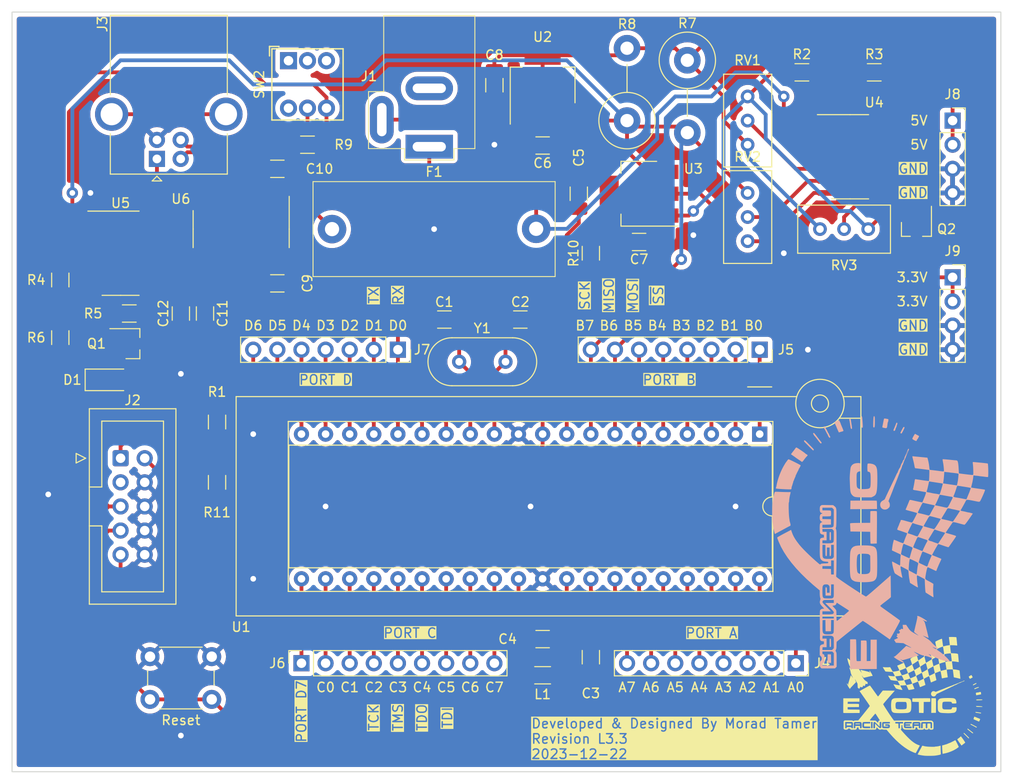
<source format=kicad_pcb>
(kicad_pcb (version 20221018) (generator pcbnew)
  (title_block (title "ATMEGA32A AVR Kit") (date "2023-12-22") (rev "L3.3") (company "Team Exotic") (comment 1 "Author: Morad Tamer"))
  (layers (0 "F.Cu" signal) (31 "B.Cu" signal) (34 "B.Paste" user) (35 "F.Paste" user) (36 "B.SilkS" user "B.Silkscreen") (37 "F.SilkS" user "F.Silkscreen") (38 "B.Mask" user) (39 "F.Mask" user) (44 "Edge.Cuts" user))
  (net 0 "")
  (net 1 "GND")
  (net 2 "Net-(U1-XTAL1)")
  (net 3 "Net-(U1-XTAL2)")
  (net 4 "Net-(U1-AREF)")
  (net 5 "Net-(U1-AVCC)")
  (net 6 "+5V_{OCP}")
  (net 7 "-V_{In}")
  (net 8 "+V_{In}")
  (net 9 "+3V3")
  (net 10 "Net-(U6-~{DTR})")
  (net 11 "/~{RESET}")
  (net 12 "Net-(U6-V3)")
  (net 13 "VBUS")
  (net 14 "Net-(D1-K)")
  (net 16 "/MOSI")
  (net 17 "+5V")
  (net 19 "/SCK")
  (net 20 "/MISO")
  (net 21 "/USB_D-")
  (net 22 "/USB_D+")
  (net 23 "unconnected-(J3-Shield-Pad5)")
  (net 24 "/PA0")
  (net 25 "/PA1")
  (net 26 "/PA2")
  (net 27 "/PA3")
  (net 28 "/PA4")
  (net 29 "/PA5")
  (net 30 "/PA6")
  (net 31 "/PA7")
  (net 32 "/PB0")
  (net 33 "/PB1")
  (net 34 "/PB2")
  (net 35 "/PB3")
  (net 36 "/~{SS}")
  (net 37 "/PC7")
  (net 38 "/PC6")
  (net 39 "/TDI")
  (net 40 "/TDO")
  (net 41 "/TMS")
  (net 42 "/TCK")
  (net 43 "/PC1")
  (net 44 "/PC0")
  (net 45 "/PD7")
  (net 46 "/RX <--")
  (net 47 "/TX -->")
  (net 48 "/PD2")
  (net 49 "/PD3")
  (net 50 "/PD4")
  (net 51 "/PD5")
  (net 52 "/PD6")
  (net 53 "Net-(Q1-G)")
  (net 54 "Net-(Q2-G)")
  (net 55 "Net-(U4B--)")
  (net 56 "Net-(U4A-+)")
  (net 57 "Net-(U4A--)")
  (net 58 "Net-(U4B-+)")
  (net 77 "Net-(U4D--)")
  (net 78 "Net-(U4D-+)")
  (net 82 "Net-(U5A--)")
  (net 86 "+5V_NetTie")
  (net 87 "Net-(R10-Pad1)")
  (net 88 "/Power Management Circuitry/V_{In} (Unfused)")
  (net 89 "Net-(SW2B-B)")
  (footprint "Capacitor_SMD:C_1206_3216Metric_Pad1.33x1.80mm_HandSolder" (layer "F.Cu") (at 140.97 80.645)
    (fp_text reference "C9")
    (fp_text value "100 nF")
  )
  (footprint "Capacitor_SMD:C_1206_3216Metric_Pad1.33x1.80mm_HandSolder" (layer "F.Cu") (at 172.72 71.205 -90)
    (fp_text reference "C5")
    (fp_text value "10 µF")
  )
  (footprint "Package_TO_SOT_SMD:SOT-23_Handsoldering" (layer "F.Cu") (at 208.28 74.93 -90)
    (fp_text reference "Q2")
    (fp_text value "SI2302")
  )
  (footprint "M's Library:Fuseholder_with_Cover_5x20mm_Horizontal" (layer "F.Cu") (at 157.48 74.93)
    (fp_text reference "F1")
    (fp_text value "Fuse")
  )
  (footprint "Resistor_SMD:R_1206_3216Metric_Pad1.30x1.75mm_HandSolder" (layer "F.Cu") (at 118.11 80.29 90)
    (fp_text reference "R4")
    (fp_text value "10 kΩ")
  )
  (footprint "Resistor_SMD:R_1206_3216Metric_Pad1.30x1.75mm_HandSolder" (layer "F.Cu") (at 203.835 58.42)
    (fp_text reference "R3")
    (fp_text value "330 kΩ")
  )
  (footprint "Capacitor_SMD:C_1206_3216Metric_Pad1.33x1.80mm_HandSolder" (layer "F.Cu") (at 133.35 83.82 -90)
    (fp_text reference "C11")
    (fp_text value "10 µF")
  )
  (footprint "Package_TO_SOT_SMD:SOT-223-3_TabPin2" (layer "F.Cu") (at 179.07 71.205 180)
    (fp_text reference "U3")
    (fp_text value "AMS1117-3.3")
  )
  (footprint "Resistor_SMD:R_1206_3216Metric_Pad1.30x1.75mm_HandSolder" (layer "F.Cu") (at 125.375 83.82 180)
    (fp_text reference "R5")
    (fp_text value "10 kΩ")
  )
  (footprint "Package_SO:SOIC-14_3.9x8.7mm_P1.27mm" (layer "F.Cu") (at 124.46 77.47)
    (fp_text reference "U5")
    (fp_text value "LM339")
  )
  (footprint "Connector_PinSocket_2.54mm:PinSocket_1x08_P2.54mm_Vertical" (layer "F.Cu") (at 191.77 87.63 -90)
    (fp_text reference "J5")
    (fp_text value "Conn_01x08_Socket")
  )
  (footprint "Resistor_SMD:R_1206_3216Metric_Pad1.30x1.75mm_HandSolder" (layer "F.Cu") (at 144.145 66.04)
    (fp_text reference "R9")
    (fp_text value "0 Ω")
  )
  (footprint "LED_SMD:LED_1206_3216Metric_Pad1.42x1.75mm_HandSolder" (layer "F.Cu") (at 123.19 90.805)
    (fp_text reference "D1")
    (fp_text value "LED")
  )
  (footprint "Connector_PinSocket_2.54mm:PinSocket_1x07_P2.54mm_Vertical" (layer "F.Cu") (at 153.67 87.63 -90)
    (fp_text reference "J7")
    (fp_text value "Conn_01x07_Socket")
  )
  (footprint "Connector_PinSocket_2.54mm:PinSocket_1x04_P2.54mm_Vertical" (layer "F.Cu") (at 212.09 80.01)
    (fp_text reference "J9")
    (fp_text value "Conn_01x04_Socket")
  )
  (footprint "Resistor_SMD:R_1206_3216Metric_Pad1.30x1.75mm_HandSolder" (layer "F.Cu") (at 134.62 95.25 90)
    (fp_text reference "R1")
    (fp_text value "10 kΩ")
  )
  (footprint "Potentiometer_THT:Potentiometer_Bourns_3296W_Vertical" (layer "F.Cu") (at 203.2 74.93)
    (fp_text reference "RV3")
    (fp_text value "10 kΩ")
  )
  (footprint "Potentiometer_THT:Potentiometer_Bourns_3296W_Vertical" (layer "F.Cu") (at 190.5 71.12 90)
    (fp_text reference "RV2")
    (fp_text value "10 kΩ")
  )
  (footprint "Resistor_SMD:R_1206_3216Metric_Pad1.30x1.75mm_HandSolder" (layer "F.Cu") (at 196.215 58.42)
    (fp_text reference "R2")
    (fp_text value "10 kΩ")
  )
  (footprint "Capacitor_SMD:C_1206_3216Metric_Pad1.33x1.80mm_HandSolder" (layer "F.Cu") (at 166.5625 84.455)
    (fp_text reference "C2")
    (fp_text value "22 pF")
  )
  (footprint "Package_SO:SOIC-16_3.9x9.9mm_P1.27mm" (layer "F.Cu") (at 137.16 74.93 -90)
    (fp_text reference "U6")
    (fp_text value "CH340C")
  )
  (footprint "Package_TO_SOT_SMD:SOT-23_Handsoldering" (layer "F.Cu") (at 125.73 86.995)
    (fp_text reference "Q1")
    (fp_text value "AO3401A")
  )
  (footprint "Connector_PinSocket_2.54mm:PinSocket_1x08_P2.54mm_Vertical" (layer "F.Cu") (at 195.58 120.65 -90)
    (fp_text reference "J4")
    (fp_text value "Conn_01x08_Socket")
  )
  (footprint "Capacitor_SMD:C_1206_3216Metric_Pad1.33x1.80mm_HandSolder" (layer "F.Cu") (at 173.99 120.015 -90)
    (fp_text reference "C3")
    (fp_text value "100 nF")
  )
  (footprint "M's Library:USB_B_Connector_Horizontal" (layer "F.Cu") (at 128.29 67.5375 90)
    (fp_text reference "J3")
    (fp_text value "USB_B")
  )
  (footprint "Package_SO:SO-14_3.9x8.65mm_P1.27mm" (layer "F.Cu") (at 201.295 67.31)
    (fp_text reference "U4")
    (fp_text value "LM324")
  )
  (footprint "Capacitor_SMD:C_1206_3216Metric_Pad1.33x1.80mm_HandSolder" (layer "F.Cu") (at 140.97 68.58 180)
    (fp_text reference "C10")
    (fp_text value "100 nF")
  )
  (footprint "Capacitor_SMD:C_1206_3216Metric_Pad1.33x1.80mm_HandSolder" (layer "F.Cu") (at 163.83 59.775 -90)
    (fp_text reference "C8")
    (fp_text value "22 µF")
  )
  (footprint "M's Library:BarrelJack_Horizontal" (layer "F.Cu") (at 156.972 66.2515 90)
    (fp_text reference "J1")
    (fp_text value "Barrel_Jack_Switch")
  )
  (footprint "Connector_PinSocket_2.54mm:PinSocket_1x04_P2.54mm_Vertical" (layer "F.Cu") (at 212.09 63.5)
    (fp_text reference "J8")
    (fp_text value "Conn_01x04_Socket")
  )
  (footprint "Connector_IDC:IDC-Header_2x05_P2.54mm_Vertical" (layer "F.Cu") (at 124.46 99.06)
    (fp_text reference "J2")
    (fp_text value "AVR-ISP-10")
  )
  (footprint "Resistor_SMD:R_1206_3216Metric_Pad1.30x1.75mm_HandSolder" (layer "F.Cu") (at 134.62 101.6 -90)
    (fp_text reference "R11")
    (fp_text value "0 Ω")
  )
  (footprint "Connector_PinSocket_2.54mm:PinSocket_1x09_P2.54mm_Vertical" (layer "F.Cu") (at 143.51 120.65 90)
    (fp_text reference "J6")
    (fp_text value "Conn_01x09_Socket")
  )
  (footprint "Capacitor_SMD:C_1206_3216Metric_Pad1.33x1.80mm_HandSolder" (layer "F.Cu") (at 158.5575 84.455)
    (fp_text reference "C1")
    (fp_text value "22 pF")
  )
  (footprint "Capacitor_SMD:C_1206_3216Metric_Pad1.33x1.80mm_HandSolder" (layer "F.Cu") (at 168.91 66.125 180)
    (fp_text reference "C6")
    (fp_text value "10 µF")
  )
  (footprint "Capacitor_SMD:C_1206_3216Metric_Pad1.33x1.80mm_HandSolder" (layer "F.Cu") (at 130.81 83.82 90)
    (fp_text reference "C12")
    (fp_text value "100 nF")
  )
  (footprint "Resistor_SMD:R_1206_3216Metric_Pad1.30x1.75mm_HandSolder" (layer "F.Cu") (at 173.99 77.47 90)
    (fp_text reference "R10")
    (fp_text value "0 Ω")
  )
  (footprint "M's Library:SW_Push_DPDT_Toggle_7.0mm" (layer "F.Cu") (at 144.145 59.69)
    (fp_text reference "SW2")
    (fp_text value "SW_DPDT_x2")
  )
  (footprint "M's Library:TeamExotic_Logo_H22mm" (layer "F.Cu") (at 207.01 124.46)
    (fp_text reference "G***" hide)
    (fp_text value "LOGO" hide)
  )
  (footprint "M's Library:ZIF_Socket_40_Circular_Pads" (layer "F.Cu") (at 167.64 104.14 -90)
    (fp_text reference "U1")
    (fp_text value "ATmega32A-P")
  )
  (footprint "Resistor_SMD:R_1206_3216Metric_Pad1.30x1.75mm_HandSolder" (layer "F.Cu") (at 118.11 86.36 90)
    (fp_text reference "R6")
    (fp_text value "1 kΩ")
  )
  (footprint "M's Library:Crystal_HC49-4H_Vertical_Centered" (layer "F.Cu") (at 162.56 88.9)
    (fp_text reference "Y1")
    (fp_text value "16 MHz")
  )
  (footprint "Capacitor_SMD:C_1206_3216Metric_Pad1.33x1.80mm_HandSolder" (layer "F.Cu") (at 179.07 76.285)
    (fp_text reference "C7")
    (fp_text value "22 µF")
  )
  (footprint "Inductor_SMD:L_1206_3216Metric_Pad1.22x1.90mm_HandSolder" (layer "F.Cu") (at 168.91 121.92)
    (fp_text reference "L1")
    (fp_text value "10 µH")
  )
  (footprint "Package_TO_SOT_SMD:SOT-223-3_TabPin2" (layer "F.Cu") (at 168.91 59.775 90)
    (fp_text reference "U2")
    (fp_text value "AMS1117-5.0")
  )
  (footprint "Potentiometer_THT:Potentiometer_Bourns_3296W_Vertical" (layer "F.Cu") (at 190.5 60.96 90)
    (fp_text reference "RV1")
    (fp_text value "10 kΩ")
  )
  (footprint "Button_Switch_THT:SW_PUSH_6mm_H4.3mm" (layer "F.Cu") (at 134.06 124.46 180)
    (fp_text reference "SW1" hide)
    (fp_text value "SW_Push")
  )
  (footprint "Capacitor_SMD:C_1206_3216Metric_Pad1.33x1.80mm_HandSolder" (layer "F.Cu") (at 168.91 118.11 180)
    (fp_text reference "C4")
    (fp_text value "100 nF")
  )
  (footprint "Resistor_THT:R_Axial_DIN0614_L14.3mm_D5.7mm_P7.62mm_Vertical" (layer "F.Cu") (at 184.15 57.15 -90)
    (fp_text reference "R7")
    (fp_text value "0.22 Ω")
  )
  (footprint "Resistor_THT:R_Axial_DIN0614_L14.3mm_D5.7mm_P7.62mm_Vertical" (layer "F.Cu") (at 177.8 63.5 90)
    (fp_text reference "R8")
    (fp_text value "0.22 Ω")
  )
  (footprint "M's Library:TeamExotic_Logo_H40mm" (layer "B.Cu") (at 203.899074 109.570592 90)
    (fp_text reference "G***" hide)
    (fp_text value "LOGO" hide)
  )
  (gr_rect (start 113.03 52.07) (end 217.17 132.08) (stroke (width 0.1)) (fill none) (layer "Edge.Cuts"))
  (gr_text "PORT D7" (at 143.51 125.73 90) (layer "F.SilkS" knockout) (effects (font (size 1 1))))
  (gr_text "TCK" (at 151.13 126.365 90) (layer "F.SilkS" knockout) (effects (font (size 1 1))))
  (gr_text "B7" (at 173.355 85.09) (layer "F.SilkS") (effects (font (size 1 1))))
  (gr_text "5V" (at 209.55 63.5) (layer "F.SilkS") (effects (font (size 1 1)) (justify right)))
  (gr_text "GND" (at 209.55 87.63) (layer "F.SilkS" knockout) (effects (font (size 1 1)) (justify right)))
  (gr_text "A5" (at 182.88 123.19) (layer "F.SilkS") (effects (font (size 1 1))))
  (gr_text "TMS" (at 153.67 126.365 90) (layer "F.SilkS" knockout) (effects (font (size 1 1))))
  (gr_text "C4" (at 156.21 123.19) (layer "F.SilkS") (effects (font (size 1 1))))
  (gr_text "B2" (at 186.055 85.09) (layer "F.SilkS") (effects (font (size 1 1))))
  (gr_text "B6" (at 175.895 85.09) (layer "F.SilkS") (effects (font (size 1 1))))
  (gr_text "C5" (at 158.75 123.19) (layer "F.SilkS") (effects (font (size 1 1))))
  (gr_text "RX" (at 153.67 81.915 90) (layer "F.SilkS" knockout) (effects (font (size 1 1))))
  (gr_text "Developed & Designed By Morad Tamer\nRevision ${REVISION}\n${ISSUE_DATE}" (at 167.64 130.81) (layer "F.SilkS" knockout) (effects (font (size 1 1)) (justify left bottom)))
  (gr_text "D5" (at 140.97 85.09) (layer "F.SilkS") (effects (font (size 1 1))))
  (gr_text "A3" (at 187.96 123.19) (layer "F.SilkS") (effects (font (size 1 1))))
  (gr_text "PORT B" (at 182.245 90.805) (layer "F.SilkS" knockout) (effects (font (size 1 1))))
  (gr_text "C6" (at 161.29 123.19) (layer "F.SilkS") (effects (font (size 1 1))))
  (gr_text "C0" (at 146.05 123.19) (layer "F.SilkS") (effects (font (size 1 1))))
  (gr_text "3.3V" (at 209.55 82.55) (layer "F.SilkS") (effects (font (size 1 1)) (justify right)))
  (gr_text "D6" (at 138.43 85.09) (layer "F.SilkS") (effects (font (size 1 1))))
  (gr_text "C7" (at 163.83 123.19) (layer "F.SilkS") (effects (font (size 1 1))))
  (gr_text "A4" (at 185.42 123.19) (layer "F.SilkS") (effects (font (size 1 1))))
  (gr_text "A2" (at 190.5 123.19) (layer "F.SilkS") (effects (font (size 1 1))))
  (gr_text "B4" (at 180.975 85.09) (layer "F.SilkS") (effects (font (size 1 1))))
  (gr_text "D2" (at 148.59 85.09) (layer "F.SilkS") (effects (font (size 1 1))))
  (gr_text "3.3V" (at 209.55 80.01) (layer "F.SilkS") (effects (font (size 1 1)) (justify right)))
  (gr_text "5V" (at 209.55 66.04) (layer "F.SilkS") (effects (font (size 1 1)) (justify right)))
  (gr_text "A1" (at 193.04 123.19) (layer "F.SilkS") (effects (font (size 1 1))))
  (gr_text "A6" (at 180.34 123.19) (layer "F.SilkS") (effects (font (size 1 1))))
  (gr_text "B1" (at 188.595 85.09) (layer "F.SilkS") (effects (font (size 1 1))))
  (gr_text "A0" (at 195.58 123.19) (layer "F.SilkS") (effects (font (size 1 1))))
  (gr_text "C1" (at 148.59 123.19) (layer "F.SilkS") (effects (font (size 1 1))))
  (gr_text "SCK" (at 173.355 81.915 90) (layer "F.SilkS" knockout) (effects (font (size 1 1))))
  (gr_text "D1" (at 151.13 85.09) (layer "F.SilkS") (effects (font (size 1 1))))
  (gr_text "~{SS}" (at 181.102 81.915 90) (layer "F.SilkS" knockout) (effects (font (size 1 1))))
  (gr_text "B3" (at 183.515 85.09) (layer "F.SilkS") (effects (font (size 1 1))))
  (gr_text "A7" (at 177.8 123.19) (layer "F.SilkS") (effects (font (size 1 1))))
  (gr_text "PORT D" (at 146.05 90.805) (layer "F.SilkS" knockout) (effects (font (size 1 1))))
  (gr_text "D3" (at 146.05 85.09) (layer "F.SilkS") (effects (font (size 1 1))))
  (gr_text "GND" (at 209.55 85.09) (layer "F.SilkS" knockout) (effects (font (size 1 1)) (justify right)))
  (gr_text "GND" (at 209.55 68.58) (layer "F.SilkS" knockout) (effects (font (size 1 1)) (justify right)))
  (gr_text "B0" (at 191.135 85.09) (layer "F.SilkS") (effects (font (size 1 1))))
  (gr_text "TDO" (at 156.21 126.365 90) (layer "F.SilkS" knockout) (effects (font (size 1 1))))
  (gr_text "MOSI" (at 178.435 81.915 90) (layer "F.SilkS" knockout) (effects (font (size 1 1))))
  (gr_text "MISO" (at 175.895 81.915 90) (layer "F.SilkS" knockout) (effects (font (size 1 1))))
  (gr_text "C2" (at 151.13 123.19) (layer "F.SilkS") (effects (font (size 1 1))))
  (gr_text "D4" (at 143.51 85.09) (layer "F.SilkS") (effects (font (size 1 1))))
  (gr_text "TDI" (at 158.877 126.365 90) (layer "F.SilkS" knockout) (effects (font (size 1 1))))
  (gr_text "PORT C" (at 154.94 117.475) (layer "F.SilkS" knockout) (effects (font (size 1 1))))
  (gr_text "PORT A" (at 186.69 117.475) (layer "F.SilkS" knockout) (effects (font (size 1 1))))
  (gr_text "D0" (at 153.67 85.09) (layer "F.SilkS") (effects (font (size 1 1))))
  (gr_text "GND" (at 209.55 71.12) (layer "F.SilkS" knockout) (effects (font (size 1 1)) (justify right)))
  (gr_text "B5" (at 178.435 85.09) (layer "F.SilkS") (effects (font (size 1 1))))
  (gr_text "C3" (at 153.67 123.19) (layer "F.SilkS") (effects (font (size 1 1))))
  (gr_text "TX" (at 151.13 81.915 90) (layer "F.SilkS" knockout) (effects (font (size 1 1))))
  (via (at 138.43 111.76) (size 1.2) (drill 0.6) (layers "F.Cu" "B.Cu") (net 1))
  (via (at 157.48 74.93) (size 1.2) (drill 0.6) (layers "F.Cu" "B.Cu") (net 1))
  (via (at 121.285 71.12) (size 1.2) (drill 0.6) (layers "F.Cu" "B.Cu") (net 1))
  (via (at 194.31 77.47) (size 1.2) (drill 0.6) (layers "F.Cu" "B.Cu") (net 1))
  (via (at 146.05 104.14) (size 1.2) (drill 0.6) (layers "F.Cu" "B.Cu") (net 1))
  (via (at 130.81 90.17) (size 1.2) (drill 0.6) (layers "F.Cu" "B.Cu") (net 1))
  (via (at 130.81 128.27) (size 1.2) (drill 0.6) (layers "F.Cu" "B.Cu") (net 1))
  (via (at 189.23 104.14) (size 1.2) (drill 0.6) (layers "F.Cu" "B.Cu") (net 1))
  (via (at 184.785 75.565) (size 1.2) (drill 0.6) (layers "F.Cu" "B.Cu") (net 1))
  (via (at 167.64 104.14) (size 1.2) (drill 0.6) (layers "F.Cu" "B.Cu") (net 1))
  (via (at 196.85 87.63) (size 1.2) (drill 0.6) (layers "F.Cu" "B.Cu") (net 1))
  (via (at 138.43 96.52) (size 1.2) (drill 0.6) (layers "F.Cu" "B.Cu") (net 1))
  (via (at 116.84 102.87) (size 1.2) (drill 0.6) (layers "F.Cu" "B.Cu") (net 1))
  (via (at 163.83 66.04) (size 1.2) (drill 0.6) (layers "F.Cu" "B.Cu") (net 1))
  (segment (start 161.29 90.07) (end 161.29 96.52) (width 0.4) (layer "F.Cu") (net 2))
  (segment (start 160.12 88.9) (end 161.29 90.07) (width 0.4) (layer "F.Cu") (net 2))
  (segment (start 160.12 84.455) (end 160.12 88.9) (width 0.4) (layer "F.Cu") (net 2))
  (segment (start 163.83 96.52) (end 163.83 90.07) (width 0.4) (layer "F.Cu") (net 3))
  (segment (start 163.83 90.07) (end 165 88.9) (width 0.4) (layer "F.Cu") (net 3))
  (segment (start 165 84.455) (end 165 88.9) (width 0.4) (layer "F.Cu") (net 3))
  (segment (start 173.99 118.4525) (end 173.99 116.84) (width 0.4) (layer "F.Cu") (net 4))
  (segment (start 173.99 116.84) (end 171.45 114.3) (width 0.4) (layer "F.Cu") (net 4))
  (segment (start 171.45 114.3) (end 171.45 111.76) (width 0.4) (layer "F.Cu") (net 4))
  (segment (start 166.37 115.57) (end 166.37 111.76) (width 0.4) (layer "F.Cu") (net 5))
  (segment (start 167.3475 116.5475) (end 166.37 115.57) (width 0.4) (layer "F.Cu") (net 5))
  (segment (start 167.3475 118.11) (end 167.3475 116.5475) (width 0.4) (layer "F.Cu") (net 5))
  (segment (start 167.3475 121.82) (end 167.3475 118.11) (width 0.4) (layer "F.Cu") (net 5))
  (segment (start 163.83 57.235) (end 164.44 56.625) (width 0.4) (layer "F.Cu") (net 6))
  (segment (start 212.09 63.5) (end 212.09 66.04) (width 0.4) (layer "F.Cu") (net 6))
  (segment (start 163.83 58.2125) (end 163.83 57.235) (width 0.4) (layer "F.Cu") (net 6))
  (segment (start 187.96 63.5) (end 187.96 60.96) (width 0.4) (layer "F.Cu") (net 6))
  (segment (start 187.96 60.96) (end 184.15 57.15) (width 0.4) (layer "F.Cu") (net 6))
  (segment (start 212.09 59.69) (end 212.09 63.5) (width 0.4) (layer "F.Cu") (net 6))
  (segment (start 177.055 56.625) (end 177.8 55.88) (width 0.4) (layer "F.Cu") (net 6))
  (segment (start 207.01 54.61) (end 212.09 59.69) (width 0.4) (layer "F.Cu") (net 6))
  (segment (start 190.5 66.04) (end 187.96 63.5) (width 0.4) (layer "F.Cu") (net 6))
  (segment (start 168.91 56.625) (end 168.91 62.925) (width 0.4) (layer "F.Cu") (net 6))
  (segment (start 184.15 57.15) (end 182.88 55.88) (width 0.4) (layer "F.Cu") (net 6))
  (segment (start 186.69 54.61) (end 207.01 54.61) (width 0.4) (layer "F.Cu") (net 6))
  (segment (start 182.88 55.88) (end 177.8 55.88) (width 0.4) (layer "F.Cu") (net 6))
  (segment (start 164.44 56.625) (end 168.91 56.625) (width 0.4) (layer "F.Cu") (net 6))
  (segment (start 184.15 57.15) (end 186.69 54.61) (width 0.4) (layer "F.Cu") (net 6))
  (segment (start 168.91 56.625) (end 177.055 56.625) (width 0.4) (layer "F.Cu") (net 6))
  (segment (start 198.12 74.93) (end 190.5 67.31) (width 0.4) (layer "B.Cu") (net 6))
  (segment (start 190.5 67.31) (end 190.5 66.04) (width 0.4) (layer "B.Cu") (net 6))
  (segment (start 203.77 67.31) (end 205.74 67.31) (width 0.4) (layer "F.Cu") (net 7))
  (segment (start 184.305 73.505) (end 182.22 73.505) (width 0.4) (layer "F.Cu") (net 7))
  (segment (start 184.785 73.025) (end 184.305 73.505) (width 0.4) (layer "F.Cu") (net 7))
  (segment (start 163.83 62.315) (end 164.44 62.925) (width 0.4) (layer "F.Cu") (net 7))
  (segment (start 166.61 62.925) (end 166.61 64.46) (width 0.4) (layer "F.Cu") (net 7))
  (segment (start 181.61 76.285) (end 180.6325 76.285) (width 0.4) (layer "F.Cu") (net 7))
  (segment (start 166.37 78.74) (end 170.18 78.74) (width 0.4) (layer "F.Cu") (net 7))
  (segment (start 171.45 77.47) (end 175.26 77.47) (width 0.4) (layer "F.Cu") (net 7))
  (segment (start 163.83 71.12) (end 163.83 76.2) (width 0.4) (layer "F.Cu") (net 7))
  (segment (start 175.98 78.19) (end 179.705 78.19) (width 0.4) (layer "F.Cu") (net 7))
  (segment (start 167.3475 66.125) (end 167.3475 67.6025) (width 0.4) (layer "F.Cu") (net 7))
  (segment (start 182.22 73.505) (end 182.22 75.675) (width 0.4) (layer "F.Cu") (net 7))
  (segment (start 179.705 78.19) (end 180.6325 77.2625) (width 0.4) (layer "F.Cu") (net 7))
  (segment (start 170.18 78.74) (end 171.45 77.47) (width 0.4) (layer "F.Cu") (net 7))
  (segment (start 203.2 74.93) (end 204.7 73.43) (width 0.4) (layer "F.Cu") (net 7))
  (segment (start 194.665 58.42) (end 193.04 58.42) (width 0.4) (layer "F.Cu") (net 7))
  (segment (start 193.04 58.42) (end 190.5 60.96) (width 0.4) (layer "F.Cu") (net 7))
  (segment (start 163.83 61.3375) (end 163.83 62.315) (width 0.4) (layer "F.Cu") (net 7))
  (segment (start 167.3475 65.1975) (end 167.3475 66.125) (width 0.4) (layer "F.Cu") (net 7))
  (segment (start 167.3475 67.6025) (end 163.83 71.12) (width 0.4) (layer "F.Cu") (net 7))
  (segment (start 163.9635 63.4015) (end 164.44 62.925) (width 0.4) (layer "F.Cu") (net 7))
  (segment (start 171.45 75.565) (end 171.45 77.47) (width 0.4) (layer "F.Cu") (net 7))
  (segment (start 175.26 77.47) (end 175.98 78.19) (width 0.4) (layer "F.Cu") (net 7))
  (segment (start 180.6325 77.2625) (end 180.6325 76.285) (width 0.4) (layer "F.Cu") (net 7))
  (segment (start 166.61 64.46) (end 167.3475 65.1975) (width 0.4) (layer "F.Cu") (net 7))
  (segment (start 164.44 62.925) (end 166.61 62.925) (width 0.4) (layer "F.Cu") (net 7))
  (segment (start 163.83 76.2) (end 166.37 78.74) (width 0.4) (layer "F.Cu") (net 7))
  (segment (start 172.72 72.7675) (end 172.72 74.295) (width 0.4) (layer "F.Cu") (net 7))
  (segment (start 172.72 74.295) (end 171.45 75.565) (width 0.4) (layer "F.Cu") (net 7))
  (segment (start 182.22 75.675) (end 181.61 76.285) (width 0.4) (layer "F.Cu") (net 7))
  (segment (start 205.74 67.31) (end 207.33 68.9) (width 0.4) (layer "F.Cu") (net 7))
  (segment (start 151.972 63.4015) (end 163.9635 63.4015) (width 0.4) (layer "F.Cu") (net 7))
  (segment (start 204.7 73.43) (end 207.33 73.43) (width 0.4) (layer "F.Cu") (net 7))
  (segment (start 207.33 68.9) (end 207.33 73.43) (width 0.4) (layer "F.Cu") (net 7))
  (via (at 184.785 73.025) (size 1.2) (drill 0.6) (layers "F.Cu" "B.Cu") (net 7))
  (segment (start 187.96 69.85) (end 187.96 63.5) (width 0.4) (layer "B.Cu") (net 7))
  (segment (start 203.2 74.93) (end 201.295 73.025) (width 0.4) (layer "B.Cu") (net 7))
  (segment (start 201.295 73.025) (end 200.025 73.025) (width 0.4) (layer "B.Cu") (net 7))
  (segment (start 192.405 62.865) (end 190.5 60.96) (width 0.4) (layer "B.Cu") (net 7))
  (segment (start 192.405 65.405) (end 192.405 62.865) (width 0.4) (layer "B.Cu") (net 7))
  (segment (start 187.96 63.5) (end 190.5 60.96) (width 0.4) (layer "B.Cu") (net 7))
  (segment (start 200.025 73.025) (end 192.405 65.405) (width 0.4) (layer "B.Cu") (net 7))
  (segment (start 184.785 73.025) (end 187.96 69.85) (width 0.4) (layer "B.Cu") (net 7))
  (segment (start 168.23 70.53) (end 170.4725 68.2875) (width 0.4) (layer "F.Cu") (net 8))
  (segment (start 194.31 60.96) (end 194.31 64.77) (width 0.4) (layer "F.Cu") (net 8))
  (segment (start 194.31 64.77) (end 196.85 67.31) (width 0.4) (layer "F.Cu") (net 8))
  (segment (start 171.21 64.46) (end 171.21 62.925) (width 0.4) (layer "F.Cu") (net 8))
  (segment (start 168.23 74.9) (end 168.23 70.53) (width 0.4) (layer "F.Cu") (net 8))
  (segment (start 170.4725 66.125) (end 170.4725 65.1975) (width 0.4) (layer "F.Cu") (net 8))
  (segment (start 170.4725 68.2875) (end 170.4725 66.125) (width 0.4) (layer "F.Cu") (net 8))
  (segment (start 170.4725 65.1975) (end 171.21 64.46) (width 0.4) (layer "F.Cu") (net 8))
  (segment (start 196.85 67.31) (end 198.82 67.31) (width 0.4) (layer "F.Cu") (net 8))
  (via (at 194.31 60.96) (size 1.2) (drill 0.6) (layers "F.Cu" "B.Cu") (net 8))
  (segment (start 182.88 60.96) (end 180.975 62.865) (width 0.4) (layer "B.Cu") (net 8))
  (segment (start 194.31 60.96) (end 191.77 58.42) (width 0.4) (layer "B.Cu") (net 8))
  (segment (start 171.48 74.9) (end 168.23 74.9) (width 0.4) (layer "B.Cu") (net 8))
  (segment (start 180.975 62.865) (end 180.975 65.405) (width 0.4) (layer "B.Cu") (net 8))
  (segment (start 180.975 65.405) (end 171.48 74.9) (width 0.4) (layer "B.Cu") (net 8))
  (segment (start 191.77 58.42) (end 189.23 58.42) (width 0.4) (layer "B.Cu") (net 8))
  (segment (start 189.23 58.42) (end 186.69 60.96) (width 0.4) (layer "B.Cu") (net 8))
  (segment (start 186.69 60.96) (end 182.88 60.96) (width 0.4) (layer "B.Cu") (net 8))
  (segment (start 185.505 71.205) (end 186.69 72.39) (width 0.4) (layer "F.Cu") (net 9))
  (segment (start 182.22 71.205) (end 185.505 71.205) (width 0.4) (layer "F.Cu") (net 9))
  (segment (start 190.5 80.01) (end 212.09 80.01) (width 0.4) (layer "F.Cu") (net 9))
  (segment (start 186.69 76.2) (end 190.5 80.01) (width 0.4) (layer "F.Cu") (net 9))
  (segment (start 182.22 71.205) (end 175.92 71.205) (width 0.4) (layer "F.Cu") (net 9))
  (segment (start 173.99 75.92) (end 175.675 75.92) (width 0.4) (layer "F.Cu") (net 9))
  (segment (start 175.675 75.92) (end 175.92 75.675) (width 0.4) (layer "F.Cu") (net 9))
  (segment (start 176.53 76.285) (end 175.92 75.675) (width 0.4) (layer "F.Cu") (net 9))
  (segment (start 212.09 80.01) (end 212.09 82.55) (width 0.4) (layer "F.Cu") (net 9))
  (segment (start 186.69 72.39) (end 186.69 76.2) (width 0.4) (layer "F.Cu") (net 9))
  (segment (start 177.5075 76.285) (end 176.53 76.285) (width 0.4) (layer "F.Cu") (net 9))
  (segment (start 175.92 75.675) (end 175.92 71.205) (width 0.4) (layer "F.Cu") (net 9))
  (segment (start 138.43 80.645) (end 137.795 80.01) (width 0.4) (layer "F.Cu") (net 10))
  (segment (start 137.795 80.01) (end 137.795 77.405) (width 0.4) (layer "F.Cu") (net 10))
  (segment (start 139.4075 80.645) (end 138.43 80.645) (width 0.4) (layer "F.Cu") (net 10))
  (segment (start 176.53 82.55) (end 199.39 82.55) (width 0.4) (layer "F.Cu") (net 11))
  (segment (start 121.92 102.87) (end 121.92 97.79) (width 0.4) (layer "F.Cu") (net 11))
  (segment (start 142.5325 81.28) (end 142.5325 83.5275) (width 0.4) (layer "F.Cu") (net 11))
  (segment (start 203.2 124.46) (end 199.39 128.27) (width 0.4) (layer "F.Cu") (net 11))
  (segment (start 124.46 104.14) (end 123.19 104.14) (width 0.4) (layer "F.Cu") (net 11))
  (segment (start 123.19 104.14) (end 120.65 106.68) (width 0.4) (layer "F.Cu") (net 11))
  (segment (start 140.97 85.09) (end 137.16 85.09) (width 0.4) (layer "F.Cu") (net 11))
  (segment (start 137.16 85.09) (end 134.62 87.63) (width 0.4) (layer "F.Cu") (net 11))
  (segment (start 134.62 87.63) (end 134.62 93.7) (width 0.4) (layer "F.Cu") (net 11))
  (segment (start 203.2 86.36) (end 203.2 124.46) (width 0.4) (layer "F.Cu") (net 11))
  (segment (start 199.39 128.27) (end 137.87 128.27) (width 0.4) (layer "F.Cu") (net 11))
  (segment (start 123.19 104.14) (end 121.92 102.87) (width 0.4) (layer "F.Cu") (net 11))
  (segment (start 120.65 117.55) (end 127.56 124.46) (width 0.4) (layer "F.Cu") (net 11))
  (segment (start 171.45 87.63) (end 176.53 82.55) (width 0.4) (layer "F.Cu") (net 11))
  (segment (start 120.65 106.68) (end 120.65 117.55) (width 0.4) (layer "F.Cu") (net 11))
  (segment (start 121.92 97.79) (end 126.01 93.7) (width 0.4) (layer "F.Cu") (net 11))
  (segment (start 137.87 128.27) (end 134.06 124.46) (width 0.4) (layer "F.Cu") (net 11))
  (segment (start 142.5325 83.5275) (end 140.97 85.09) (width 0.4) (layer "F.Cu") (net 11))
  (segment (start 126.01 93.7) (end 134.62 93.7) (width 0.4) (layer "F.Cu") (net 11))
  (segment (start 171.45 96.52) (end 171.45 87.63) (width 0.4) (layer "F.Cu") (net 11))
  (segment (start 199.39 82.55) (end 203.2 86.36) (width 0.4) (layer "F.Cu") (net 11))
  (segment (start 127.56 124.46) (end 134.06 124.46) (width 0.4) (layer "F.Cu") (net 11))
  (segment (start 137.795 69.215) (end 138.43 68.58) (width 0.4) (layer "F.Cu") (net 12))
  (segment (start 137.795 72.455) (end 137.795 69.215) (width 0.4) (layer "F.Cu") (net 12))
  (segment (start 138.43 68.58) (end 139.4075 68.58) (width 0.4) (layer "F.Cu") (net 12))
  (segment (start 128.905 85.32) (end 128.905 83.185) (width 0.4) (layer "F.Cu") (net 13))
  (segment (start 140.97 81.810583) (end 140.523083 82.2575) (width 0.4) (layer "F.Cu") (net 13))
  (segment (start 124.6775 90.805) (end 126.365 90.805) (width 0.4) (layer "F.Cu") (net 13))
  (segment (start 127.23 86.995) (end 128.905 85.32) (width 0.4) (layer "F.Cu") (net 13))
  (segment (start 128.905 83.185) (end 129.8325 82.2575) (width 0.4) (layer "F.Cu") (net 13))
  (segment (start 126.365 90.805) (end 127.23 89.94) (width 0.4) (layer "F.Cu") (net 13))
  (segment (start 129.8325 82.2575) (end 130.81 82.2575) (width 0.4) (layer "F.Cu") (net 13))
  (segment (start 128.29 67.5375) (end 128.29 69.87) (width 0.4) (layer "F.Cu") (net 13))
  (segment (start 128.29 69.87) (end 130.81 72.39) (width 0.4) (layer "F.Cu") (net 13))
  (segment (start 140.97 79.375) (end 140.97 81.810583) (width 0.4) (layer "F.Cu") (net 13))
  (segment (start 127.23 89.94) (end 127.23 86.995) (width 0.4) (layer "F.Cu") (net 13))
  (segment (start 140.523083 82.2575) (end 133.35 82.2575) (width 0.4) (layer "F.Cu") (net 13))
  (segment (start 141.605 77.405) (end 141.605 78.74) (width 0.4) (layer "F.Cu") (net 13))
  (segment (start 133.35 82.2575) (end 130.81 82.2575) (width 0.4) (layer "F.Cu") (net 13))
  (segment (start 141.605 78.74) (end 140.97 79.375) (width 0.4) (layer "F.Cu") (net 13))
  (segment (start 130.81 72.39) (end 130.81 82.2575) (width 0.4) (layer "F.Cu") (net 13))
  (segment (start 119.025 90.805) (end 118.11 89.89) (width 0.4) (layer "F.Cu") (net 14))
  (segment (start 121.7025 90.805) (end 119.025 90.805) (width 0.4) (layer "F.Cu") (net 14))
  (segment (start 118.11 89.89) (end 118.11 87.91) (width 0.4) (layer "F.Cu") (net 14))
  (segment (start 128.27 96.52) (end 133.35 101.6) (width 0.4) (layer "F.Cu") (net 16))
  (segment (start 124.46 97.79) (end 125.73 96.52) (width 0.4) (layer "F.Cu") (net 16))
  (segment (start 125.73 96.52) (end 128.27 96.52) (width 0.4) (layer "F.Cu") (net 16))
  (segment (start 179.07 87.63) (end 179.07 96.52) (width 0.4) (layer "F.Cu") (net 16))
  (segment (start 124.46 99.06) (end 124.46 97.79) (width 0.4) (layer "F.Cu") (net 16))
  (segment (start 179.07 99.06) (end 179.07 96.52) (width 0.4) (layer "F.Cu") (net 16))
  (segment (start 176.53 101.6) (end 179.07 99.06) (width 0.4) (layer "F.Cu") (net 16))
  (segment (start 133.35 101.6) (end 176.53 101.6) (width 0.4) (layer "F.Cu") (net 16))
  (segment (start 177.8 63.5) (end 178.435 64.135) (width 0.4) (layer "F.Cu") (net 17))
  (segment (start 181.61 80.01) (end 176.53 80.01) (width 0.4) (layer "F.Cu") (net 17))
  (segment (start 179.9875 68.905) (end 182.22 68.905) (width 0.4) (layer "F.Cu") (net 17))
  (segment (start 168.91 96.52) (end 168.91 97.79) (width 0.4) (layer "F.Cu") (net 17))
  (segment (start 123.19 76.2) (end 121.985 76.2) (width 0.4) (layer "F.Cu") (net 17))
  (segment (start 178.435 64.135) (end 183.515 64.135) (width 0.4) (layer "F.Cu") (net 17))
  (segment (start 122.555 83.82) (end 123.825 83.82) (width 0.4) (layer "F.Cu") (net 17))
  (segment (start 175.26 63.5) (end 177.8 63.5) (width 0.4) (layer "F.Cu") (net 17))
  (segment (start 166.65 100.05) (end 134.62 100.05) (width 0.4) (layer "F.Cu") (net 17))
  (segment (start 121.92 86.995) (end 122.87 87.945) (width 0.4) (layer "F.Cu") (net 17))
  (segment (start 190.5 71.13) (end 184.15 64.78) (width 0.4) (layer "F.Cu") (net 17))
  (segment (start 122.87 87.945) (end 124.23 87.945) (width 0.4) (layer "F.Cu") (net 17))
  (segment (start 172.72 69.6425) (end 172.72 66.04) (width 0.4) (layer "F.Cu") (net 17))
  (segment (start 119.38 71.12) (end 119.38 74.93) (width 0.4) (layer "F.Cu") (net 17))
  (segment (start 168.91 87.63) (end 168.91 96.52) (width 0.4) (layer "F.Cu") (net 17))
  (segment (start 168.91 97.79) (end 166.65 100.05) (width 0.4) (layer "F.Cu") (net 17))
  (segment (start 123.825 76.835) (end 123.19 76.2) (width 0.4) (layer "F.Cu") (net 17))
  (segment (start 134.62 96.8) (end 134.62 100.05) (width 0.4) (layer "F.Cu") (net 17))
  (segment (start 121.92 84.455) (end 121.92 86.995) (width 0.4) (layer "F.Cu") (net 17))
  (segment (start 172.72 66.04) (end 175.26 63.5) (width 0.4) (layer "F.Cu") (net 17))
  (segment (start 177.8 63.5) (end 177.8 66.7175) (width 0.4) (layer "F.Cu") (net 17))
  (segment (start 123.825 76.835) (end 123.825 83.82) (width 0.4) (layer "F.Cu") (net 17))
  (segment (start 122.555 83.82) (end 121.92 84.455) (width 0.4) (layer "F.Cu") (net 17))
  (segment (start 184.15 64.78) (end 184.15 64.77) (width 0.4) (layer "F.Cu") (net 17))
  (segment (start 183.515 78.105) (end 181.61 80.01) (width 0.4) (layer "F.Cu") (net 17))
  (segment (start 183.515 64.135) (end 184.15 64.77) (width 0.4) (layer "F.Cu") (net 17))
  (segment (start 176.53 80.01) (end 168.91 87.63) (width 0.4) (layer "F.Cu") (net 17))
  (segment (start 120.65 76.2) (end 121.985 76.2) (width 0.4) (layer "F.Cu") (net 17))
  (segment (start 177.8 66.7175) (end 179.9875 68.905) (width 0.4) (layer "F.Cu") (net 17))
  (segment (start 119.38 74.93) (end 120.65 76.2) (width 0.4) (layer "F.Cu") (net 17))
  (via (at 183.515 78.105) (size 1.2) (drill 0.6) (layers "F.Cu" "B.Cu") (net 17))
  (via (at 119.38 71.12) (size 1.2) (drill 0.6) (layers "F.Cu" "B.Cu") (net 17))
  (segment (start 183.515 65.405) (end 184.15 64.77) (width 0.4) (layer "B.Cu") (net 17))
  (segment (start 124.46 57.15) (end 135.89 57.15) (width 0.4) (layer "B.Cu") (net 17))
  (segment (start 138.43 59.69) (end 149.86 59.69) (width 0.4) (layer "B.Cu") (net 17))
  (segment (start 171.45 57.15) (end 177.8 63.5) (width 0.4) (layer "B.Cu") (net 17))
  (segment (start 152.4 57.15) (end 171.45 57.15) (width 0.4) (layer "B.Cu") (net 17))
  (segment (start 119.38 71.12) (end 119.38 62.23) (width 0.4) (layer "B.Cu") (net 17))
  (segment (start 183.515 78.105) (end 183.515 65.405) (width 0.4) (layer "B.Cu") (net 17))
  (segment (start 149.86 59.69) (end 152.4 57.15) (width 0.4) (layer "B.Cu") (net 17))
  (segment (start 119.38 62.23) (end 124.46 57.15) (width 0.4) (layer "B.Cu") (net 17))
  (segment (start 135.89 57.15) (end 138.43 59.69) (width 0.4) (layer "B.Cu") (net 17))
  (segment (start 201.93 123.19) (end 198.12 127) (width 0.4) (layer "F.Cu") (net 19))
  (segment (start 137.16 124.46) (end 137.16 118.11) (width 0.4) (layer "F.Cu") (net 19))
  (segment (start 139.7 127) (end 137.16 124.46) (width 0.4) (layer "F.Cu") (net 19))
  (segment (start 201.93 86.36) (end 201.93 123.19) (width 0.4) (layer "F.Cu") (net 19))
  (segment (start 134.62 115.57) (end 125.73 115.57) (width 0.4) (layer "F.Cu") (net 19))
  (segment (start 125.73 115.57) (end 121.92 111.76) (width 0.4) (layer "F.Cu") (net 19))
  (segment (start 121.92 107.95) (end 123.19 106.68) (width 0.4) (layer "F.Cu") (net 19))
  (segment (start 123.19 106.68) (end 124.46 106.68) (width 0.4) (layer "F.Cu") (net 19))
  (segment (start 173.99 87.63) (end 173.99 96.52) (width 0.4) (layer "F.Cu") (net 19))
  (segment (start 121.92 111.76) (end 121.92 107.95) (width 0.4) (layer "F.Cu") (net 19))
  (segment (start 199.39 83.82) (end 201.93 86.36) (width 0.4) (layer "F.Cu") (net 19))
  (segment (start 198.12 127) (end 139.7 127) (width 0.4) (layer "F.Cu") (net 19))
  (segment (start 177.8 83.82) (end 199.39 83.82) (width 0.4) (layer "F.Cu") (net 19))
  (segment (start 137.16 118.11) (end 134.62 115.57) (width 0.4) (layer "F.Cu") (net 19))
  (segment (start 173.99 87.63) (end 177.8 83.82) (width 0.4) (layer "F.Cu") (net 19))
  (segment (start 176.53 87.63) (end 176.53 96.52) (width 0.4) (layer "F.Cu") (net 20))
  (segment (start 140.97 125.73) (end 196.85 125.73) (width 0.4) (layer "F.Cu") (net 20))
  (segment (start 124.46 111.76) (end 124.46 109.22) (width 0.4) (layer "F.Cu") (net 20))
  (segment (start 138.43 115.57) (end 138.43 123.19) (width 0.4) (layer "F.Cu") (net 20))
  (segment (start 135.89 113.03) (end 138.43 115.57) (width 0.4) (layer "F.Cu") (net 20))
  (segment (start 200.66 86.36) (end 199.39 85.09) (width 0.4) (layer "F.Cu") (net 20))
  (segment (start 199.39 85.09) (end 179.07 85.09) (width 0.4) (layer "F.Cu") (net 20))
  (segment (start 196.85 125.73) (end 200.66 121.92) (width 0.4) (layer "F.Cu") (net 20))
  (segment (start 200.66 121.92) (end 200.66 86.36) (width 0.4) (layer "F.Cu") (net 20))
  (segment (start 179.07 85.09) (end 176.53 87.63) (width 0.4) (layer "F.Cu") (net 20))
  (segment (start 138.43 123.19) (end 140.97 125.73) (width 0.4) (layer "F.Cu") (net 20))
  (segment (start 135.89 113.03) (end 125.73 113.03) (width 0.4) (layer "F.Cu") (net 20))
  (segment (start 125.73 113.03) (end 124.46 111.76) (width 0.4) (layer "F.Cu") (net 20))
  (segment (start 130.79 67.5375) (end 131.489999 66.837501) (width 0.4) (layer "F.Cu") (net 21))
  (segment (start 134.722812 68.479979) (end 134.722811 68.47998) (width 0.4) (layer "F.Cu") (net 21))
  (segment (start 135.256394 68.37066) (end 135.256395 68.370661) (width 0.4) (layer "F.Cu") (net 21))
  (segment (start 135.59 68.704266) (end 135.59 70.657499) (width 0.4) (layer "F.Cu") (net 21))
  (segment (start 134.722811 68.47998) (end 134.83213 68.37066) (width 0.4) (layer "F.Cu") (net 21))
  (segment (start 131.489999 66.837501) (end 133.723235 66.837501) (width 0.4) (layer "F.Cu") (net 21))
  (segment (start 133.723235 66.837501) (end 134.407867 67.522133) (width 0.4) (layer "F.Cu") (net 21))
  (segment (start 135.255 70.992499) (end 135.255 72.455) (width 0.4) (layer "F.Cu") (net 21))
  (segment (start 134.407866 67.946398) (end 134.407867 67.946397) (width 0.4) (layer "F.Cu") (net 21))
  (segment (start 135.256395 68.370661) (end 135.59 68.704266) (width 0.4) (layer "F.Cu") (net 21))
  (segment (start 135.59 70.657499) (end 135.255 70.992499) (width 0.4) (layer "F.Cu") (net 21))
  (segment (start 134.407867 67.946397) (end 134.298547 68.055716) (width 0.4) (layer "F.Cu") (net 21))
  (arc (start 134.83213 68.37066) (mid 135.044262 68.282792) (end 135.256394 68.37066) (width 0.4) (layer "F.Cu") (net 21))
  (arc (start 134.298547 68.47998) (mid 134.51068 68.567848) (end 134.722812 68.479979) (width 0.4) (layer "F.Cu") (net 21))
  (arc (start 134.407867 67.522133) (mid 134.495735 67.734266) (end 134.407866 67.946398) (width 0.4) (layer "F.Cu") (net 21))
  (arc (start 134.298547 68.055716) (mid 134.210679 68.267848) (end 134.298547 68.47998) (width 0.4) (layer "F.Cu") (net 21))
  (segment (start 136.19 70.657499) (end 136.525 70.992499) (width 0.4) (layer "F.Cu") (net 22))
  (segment (start 133.971765 66.237499) (end 136.19 68.455734) (width 0.4) (layer "F.Cu") (net 22))
  (segment (start 131.489999 66.237499) (end 133.971765 66.237499) (width 0.4) (layer "F.Cu") (net 22))
  (segment (start 136.525 70.992499) (end 136.525 72.455) (width 0.4) (layer "F.Cu") (net 22))
  (segment (start 136.19 68.455734) (end 136.19 70.657499) (width 0.4) (layer "F.Cu") (net 22))
  (segment (start 130.79 65.5375) (end 131.489999 66.237499) (width 0.4) (layer "F.Cu") (net 22))
  (segment (start 123.52 62.8275) (end 135.56 62.8275) (width 0.4) (layer "F.Cu") (net 23))
  (segment (start 195.58 116.84) (end 191.77 113.03) (width 0.4) (layer "F.Cu") (net 24))
  (segment (start 191.77 113.03) (end 191.77 111.76) (width 0.4) (layer "F.Cu") (net 24))
  (segment (start 195.58 120.65) (end 195.58 116.84) (width 0.4) (layer "F.Cu") (net 24))
  (segment (start 189.23 113.03) (end 189.23 111.76) (width 0.4) (layer "F.Cu") (net 25))
  (segment (start 193.04 120.65) (end 193.04 116.84) (width 0.4) (layer "F.Cu") (net 25))
  (segment (start 193.04 116.84) (end 189.23 113.03) (width 0.4) (layer "F.Cu") (net 25))
  (segment (start 190.5 116.84) (end 186.69 113.03) (width 0.4) (layer "F.Cu") (net 26))
  (segment (start 186.69 113.03) (end 186.69 111.76) (width 0.4) (layer "F.Cu") (net 26))
  (segment (start 190.5 120.65) (end 190.5 116.84) (width 0.4) (layer "F.Cu") (net 26))
  (segment (start 187.96 116.84) (end 184.15 113.03) (width 0.4) (layer "F.Cu") (net 27))
  (segment (start 187.96 120.65) (end 187.96 116.84) (width 0.4) (layer "F.Cu") (net 27))
  (segment (start 184.15 113.03) (end 184.15 111.76) (width 0.4) (layer "F.Cu") (net 27))
  (segment (start 181.61 113.03) (end 181.61 111.76) (width 0.4) (layer "F.Cu") (net 28))
  (segment (start 185.42 120.65) (end 185.42 116.84) (width 0.4) (layer "F.Cu") (net 28))
  (segment (start 185.42 116.84) (end 181.61 113.03) (width 0.4) (layer "F.Cu") (net 28))
  (segment (start 182.88 120.65) (end 182.88 116.84) (width 0.4) (layer "F.Cu") (net 29))
  (segment (start 179.07 113.03) (end 179.07 111.76) (width 0.4) (layer "F.Cu") (net 29))
  (segment (start 182.88 116.84) (end 179.07 113.03) (width 0.4) (layer "F.Cu") (net 29))
  (segment (start 176.53 113.03) (end 176.53 111.76) (width 0.4) (layer "F.Cu") (net 30))
  (segment (start 180.34 116.84) (end 176.53 113.03) (width 0.4) (layer "F.Cu") (net 30))
  (segment (start 180.34 120.65) (end 180.34 116.84) (width 0.4) (layer "F.Cu") (net 30))
  (segment (start 173.99 113.03) (end 177.8 116.84) (width 0.4) (layer "F.Cu") (net 31))
  (segment (start 173.99 111.76) (end 173.99 113.03) (width 0.4) (layer "F.Cu") (net 31))
  (segment (start 177.8 116.84) (end 177.8 120.65) (width 0.4) (layer "F.Cu") (net 31))
  (segment (start 191.77 87.63) (end 191.77 96.52) (width 0.4) (layer "F.Cu") (net 32))
  (segment (start 189.23 87.63) (end 189.23 96.52) (width 0.4) (layer "F.Cu") (net 33))
  (segment (start 186.69 87.63) (end 186.69 96.52) (width 0.4) (layer "F.Cu") (net 34))
  (segment (start 184.15 87.63) (end 184.15 96.52) (width 0.4) (layer "F.Cu") (net 35))
  (segment (start 181.61 87.63) (end 181.61 96.52) (width 0.4) (layer "F.Cu") (net 36))
  (segment (start 163.83 111.76) (end 163.83 120.65) (width 0.4) (layer "F.Cu") (net 37))
  (segment (start 161.29 111.76) (end 161.29 120.65) (width 0.4) (layer "F.Cu") (net 38))
  (segment (start 158.75 111.76) (end 158.75 120.65) (width 0.4) (layer "F.Cu") (net 39))
  (segment (start 156.21 111.76) (end 156.21 120.65) (width 0.4) (layer "F.Cu") (net 40))
  (segment (start 153.67 111.76) (end 153.67 120.65) (width 0.4) (layer "F.Cu") (net 41))
  (segment (start 151.13 111.76) (end 151.13 120.65) (width 0.4) (layer "F.Cu") (net 42))
  (segment (start 148.59 111.76) (end 148.59 120.65) (width 0.4) (layer "F.Cu") (net 43))
  (segment (start 146.05 111.76) (end 146.05 120.65) (width 0.4) (layer "F.Cu") (net 44))
  (segment (start 143.51 111.76) (end 143.51 120.65) (width 0.4) (layer "F.Cu") (net 45))
  (segment (start 153.67 85.725) (end 153.67 87.63) (width 0.4) (layer "F.Cu") (net 46))
  (segment (start 142.24 74.295) (end 153.67 85.725) (width 0.4) (layer "F.Cu") (net 46))
  (segment (start 158.75 95.25) (end 153.67 90.17) (width 0.4) (layer "F.Cu") (net 46))
  (segment (start 140.335 72.455) (end 140.335 73.66) (width 0.4) (layer "F.Cu") (net 46))
  (segment (start 140.335 73.66) (end 140.97 74.295) (width 0.4) (layer "F.Cu") (net 46))
  (segment (start 158.75 96.52) (end 158.75 95.25) (width 0.4) (layer "F.Cu") (net 46))
  (segment (start 153.67 90.17) (end 153.67 87.63) (width 0.4) (layer "F.Cu") (net 46))
  (segment (start 140.97 74.295) (end 142.24 74.295) (width 0.4) (layer "F.Cu") (net 46))
  (segment (start 139.065 72.455) (end 139.065 73.66) (width 0.4) (layer "F.Cu") (net 47))
  (segment (start 140.97 75.565) (end 142.24 75.565) (width 0.4) (layer "F.Cu") (net 47))
  (segment (start 142.24 75.565) (end 151.13 84.455) (width 0.4) (layer "F.Cu") (net 47))
  (segment (start 139.065 73.66) (end 140.97 75.565) (width 0.4) (layer "F.Cu") (net 47))
  (segment (start 156.21 96.52) (end 156.21 95.25) (width 0.4) (layer "F.Cu") (net 47))
  (segment (start 156.21 95.25) (end 151.13 90.17) (width 0.4) (layer "F.Cu") (net 47))
  (segment (start 151.13 90.17) (end 151.13 87.63) (width 0.4) (layer "F.Cu") (net 47))
  (segment (start 151.13 84.455) (end 151.13 87.63) (width 0.4) (layer "F.Cu") (net 47))
  (segment (start 153.67 95.25) (end 148.59 90.17) (width 0.4) (layer "F.Cu") (net 48))
  (segment (start 148.59 90.17) (end 148.59 87.63) (width 0.4) (layer "F.Cu") (net 48))
  (segment (start 153.67 96.52) (end 153.67 95.25) (width 0.4) (layer "F.Cu") (net 48))
  (segment (start 151.13 95.25) (end 146.05 90.17) (width 0.4) (layer "F.Cu") (net 49))
  (segment (start 146.05 90.17) (end 146.05 87.63) (width 0.4) (layer "F.Cu") (net 49))
  (segment (start 151.13 96.52) (end 151.13 95.25) (width 0.4) (layer "F.Cu") (net 49))
  (segment (start 143.51 90.17) (end 143.51 87.63) (width 0.4) (layer "F.Cu") (net 50))
  (segment (start 148.59 96.52) (end 148.59 95.25) (width 0.4) (layer "F.Cu") (net 50))
  (segment (start 148.59 95.25) (end 143.51 90.17) (width 0.4) (layer "F.Cu") (net 50))
  (segment (start 146.05 96.52) (end 146.05 95.25) (width 0.4) (layer "F.Cu") (net 51))
  (segment (start 140.97 90.17) (end 140.97 87.63) (width 0.4) (layer "F.Cu") (net 51))
  (segment (start 146.05 95.25) (end 140.97 90.17) (width 0.4) (layer "F.Cu") (net 51))
  (segment (start 143.51 95.25) (end 138.43 90.17) (width 0.4) (layer "F.Cu") (net 52))
  (segment (start 143.51 96.52) (end 143.51 95.25) (width 0.4) (layer "F.Cu") (net 52))
  (segment (start 138.43 90.17) (end 138.43 87.63) (width 0.4) (layer "F.Cu") (net 52))
  (segment (start 125.095 81.915) (end 126.925 83.745) (width 0.4) (layer "F.Cu") (net 53))
  (segment (start 121.985 74.93) (end 123.825 74.93) (width 0.4) (layer "F.Cu") (net 53))
  (segment (start 127.28 83.82) (end 127.28 84.81) (width 0.4) (layer "F.Cu") (net 53))
  (segment (start 126.045 86.045) (end 124.23 86.045) (width 0.4) (layer "F.Cu") (net 53))
  (segment (start 123.825 74.93) (end 125.095 76.2) (width 0.4) (layer "F.Cu") (net 53))
  (segment (start 125.095 76.2) (end 125.095 81.915) (width 0.4) (layer "F.Cu") (net 53))
  (segment (start 127.28 84.81) (end 126.045 86.045) (width 0.4) (layer "F.Cu") (net 53))
  (segment (start 126.925 83.745) (end 126.925 83.82) (width 0.4) (layer "F.Cu") (net 53))
  (segment (start 209.23 73.43) (end 209.23 65.72) (width 0.4) (layer "F.Cu") (net 54))
  (segment (start 207.01 63.5) (end 203.77 63.5) (width 0.4) (layer "F.Cu") (net 54))
  (segment (start 209.23 65.72) (end 207.01 63.5) (width 0.4) (layer "F.Cu") (net 54))
  (segment (start 198.82 69.85) (end 196.85 69.85) (width 0.4) (layer "F.Cu") (net 55))
  (segment (start 196.85 69.85) (end 193.04 73.66) (width 0.4) (layer "F.Cu") (net 55))
  (segment (start 193.04 73.66) (end 190.5 73.66) (width 0.4) (layer "F.Cu") (net 55))
  (segment (start 200.66 66.675) (end 200.025 66.04) (width 0.4) (layer "F.Cu") (net 56))
  (segment (start 200.025 66.04) (end 198.82 66.04) (width 0.4) (layer "F.Cu") (net 56))
  (segment (start 198.82 71.12) (end 200.025 71.12) (width 0.4) (layer "F.Cu") (net 56))
  (segment (start 198.82 71.12) (end 197.485 71.12) (width 0.4) (layer "F.Cu") (net 56))
  (segment (start 200.66 70.485) (end 200.66 66.675) (width 0.4) (layer "F.Cu") (net 56))
  (segment (start 192.395 76.21) (end 190.5 76.21) (width 0.4) (layer "F.Cu") (net 56))
  (segment (start 197.485 71.12) (end 192.395 76.21) (width 0.4) (layer "F.Cu") (net 56))
  (segment (start 200.025 71.12) (end 200.66 70.485) (width 0.4) (layer "F.Cu") (net 56))
  (segment (start 197.765 58.42) (end 202.285 58.42) (width 0.4) (layer "F.Cu") (net 57))
  (segment (start 197.485 64.77) (end 196.85 64.135) (width 0.4) (layer "F.Cu") (net 57))
  (segment (start 197.765 60.68) (end 197.765 58.42) (width 0.4) (layer "F.Cu") (net 57))
  (segment (start 198.82 64.77) (end 197.485 64.77) (width 0.4) (layer "F.Cu") (net 57))
  (segment (start 196.85 61.595) (end 197.765 60.68) (width 0.4) (layer "F.Cu") (net 57))
  (segment (start 196.85 64.135) (end 196.85 61.595) (width 0.4) (layer "F.Cu") (net 57))
  (segment (start 198.82 68.58) (end 195.58 68.58) (width 0.4) (layer "F.Cu") (net 58))
  (segment (start 195.58 68.58) (end 190.5 63.5) (width 0.4) (layer "F.Cu") (net 58))
  (segment (start 205.385 60.045) (end 204.47 60.96) (width 0.4) (layer "F.Cu") (net 77))
  (segment (start 204.47 60.96) (end 203.2 60.96) (width 0.4) (layer "F.Cu") (net 77))
  (segment (start 203.2 60.96) (end 200.66 63.5) (width 0.4) (layer "F.Cu") (net 77))
  (segment (start 200.66 63.5) (end 198.82 63.5) (width 0.4) (layer "F.Cu") (net 77))
  (segment (start 203.77 64.77) (end 201.93 64.77) (width 0.4) (layer "F.Cu") (net 77))
  (segment (start 205.385 58.42) (end 205.385 60.045) (width 0.4) (layer "F.Cu") (net 77))
  (segment (start 201.93 64.77) (end 200.66 63.5) (width 0.4) (layer "F.Cu") (net 77))
  (segment (start 200.66 73.66) (end 201.93 72.39) (width 0.4) (layer "F.Cu") (net 78))
  (segment (start 202.565 66.04) (end 203.77 66.04) (width 0.4) (layer "F.Cu") (net 78))
  (segment (start 200.66 74.93) (end 200.66 73.66) (width 0.4) (layer "F.Cu") (net 78))
  (segment (start 201.93 72.39) (end 201.93 66.675) (width 0.4) (layer "F.Cu") (net 78))
  (segment (start 201.93 66.675) (end 202.565 66.04) (width 0.4) (layer "F.Cu") (net 78))
  (segment (start 118.11 76.2) (end 118.11 62.23) (width 0.4) (layer "F.Cu") (net 82))
  (segment (start 139.7 62.23) (end 139.7 64.77) (width 0.4) (layer "F.Cu") (net 82))
  (segment (start 140.97 66.04) (end 142.595 66.04) (width 0.4) (layer "F.Cu") (net 82))
  (segment (start 119.38 77.47) (end 118.11 76.2) (width 0.4) (layer "F.Cu") (net 82))
  (segment (start 118.11 62.23) (end 121.92 58.42) (width 0.4) (layer "F.Cu") (net 82))
  (segment (start 121.985 77.47) (end 119.38 77.47) (width 0.4) (layer "F.Cu") (net 82))
  (segment (start 135.89 58.42) (end 139.7 62.23) (width 0.4) (layer "F.Cu") (net 82))
  (segment (start 121.92 58.42) (end 135.89 58.42) (width 0.4) (layer "F.Cu") (net 82))
  (segment (start 139.7 64.77) (end 140.97 66.04) (width 0.4) (layer "F.Cu") (net 82))
  (segment (start 140.97 121.92) (end 140.97 107.95) (width 0.4) (layer "F.Cu") (net 86))
  (segment (start 131.09 103.15) (end 134.62 103.15) (width 0.4) (layer "F.Cu") (net 86))
  (segment (start 127 99.06) (end 131.09 103.15) (width 0.4) (layer "F.Cu") (net 86))
  (segment (start 170.5725 123.4325) (end 169.545 124.46) (width 0.4) (layer "F.Cu") (net 86))
  (segment (start 169.545 124.46) (end 143.51 124.46) (width 0.4) (layer "F.Cu") (net 86))
  (segment (start 170.5725 121.92) (end 170.5725 123.4325) (width 0.4) (layer "F.Cu") (net 86))
  (segment (start 143.51 124.46) (end 140.97 121.92) (width 0.4) (layer "F.Cu") (net 86))
  (segment (start 136.17 103.15) (end 134.62 103.15) (width 0.4) (layer "F.Cu") (net 86))
  (segment (start 140.97 107.95) (end 136.17 103.15) (width 0.4) (layer "F.Cu") (net 86))
  (segment (start 158.75 81.28) (end 145.695 68.225) (width 0.4) (layer "F.Cu") (net 87))
  (segment (start 172.86 81.28) (end 158.75 81.28) (width 0.4) (layer "F.Cu") (net 87))
  (segment (start 145.695 68.225) (end 145.695 66.04) (width 0.4) (layer "F.Cu") (net 87))
  (segment (start 173.99 80.15) (end 172.86 81.28) (width 0.4) (layer "F.Cu") (net 87))
  (segment (start 173.99 79.02) (end 173.99 80.15) (width 0.4) (layer "F.Cu") (net 87))
  (segment (start 146.145 61.055) (end 146.145 62.19) (width 0.4) (layer "F.Cu") (net 88))
  (segment (start 139.7 59.69) (end 144.78 59.69) (width 0.4) (layer "F.Cu") (net 88))
  (segment (start 146.145 63.595) (end 152.4 69.85) (width 0.4) (layer "F.Cu") (net 88))
  (segment (start 156.21 69.85) (end 156.972 69.088) (width 0.4) (layer "F.Cu") (net 88))
  (segment (start 116.84 60.96) (end 123.19 54.61) (width 0.4) (layer "F.Cu") (net 88))
  (segment (start 116.84 77.47) (end 116.84 60.96) (width 0.4) (layer "F.Cu") (net 88))
  (segment (start 121.985 78.74) (end 118.11 78.74) (width 0.4) (layer "F.Cu") (net 88))
  (segment (start 134.62 54.61) (end 139.7 59.69) (width 0.4) (layer "F.Cu") (net 88))
  (segment (start 156.972 69.088) (end 156.972 66.2515) (width 0.4) (layer "F.Cu") (net 88))
  (segment (start 123.19 54.61) (end 134.62 54.61) (width 0.4) (layer "F.Cu") (net 88))
  (segment (start 152.4 69.85) (end 156.21 69.85) (width 0.4) (layer "F.Cu") (net 88))
  (segment (start 146.145 62.19) (end 146.145 63.595) (width 0.4) (layer "F.Cu") (net 88))
  (segment (start 118.11 78.74) (end 116.84 77.47) (width 0.4) (layer "F.Cu") (net 88))
  (segment (start 144.78 59.69) (end 146.145 61.055) (width 0.4) (layer "F.Cu") (net 88))
  (segment (start 144.145 62.19) (end 144.145 72.345) (width 0.4) (layer "F.Cu") (net 89))
  (segment (start 144.145 72.345) (end 146.73 74.93) (width 0.4) (layer "F.Cu") (net 89))
  (zone (net 1) (net_name "GND") (layers "F&B.Cu") (connect_pads (clearance 0.5)) (min_thickness 0.5) (fill yes (thermal_gap 0.5) (thermal_bridge_width 0.5))
    (polygon (pts (xy 218.44 50.8) (xy 111.76 50.8) (xy 111.76 133.35) (xy 218.44 133.35)))
  )
)
</source>
